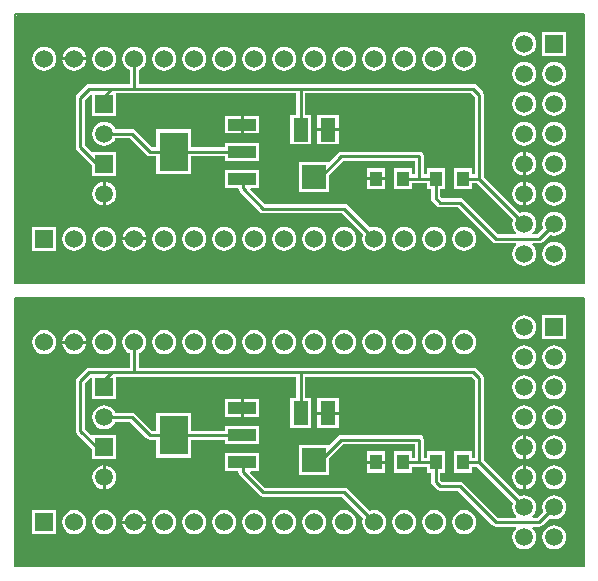
<source format=gtl>
%FSDAX24Y24*%
%MOMM*%
%SFA1B1*%

%IPPOS*%
%ADD10R,2.399995X3.299993*%
%ADD11R,2.399995X0.999998*%
%ADD12R,0.999998X1.299997*%
%ADD13R,1.299997X1.999996*%
%ADD14R,1.999996X1.999996*%
%ADD15C,0.253999*%
%ADD16R,1.499997X1.499997*%
%ADD17C,1.499997*%
%ADD18R,1.523997X1.523997*%
%ADD19C,1.523997*%
%ADD35C,0.127000*%
%ADD36C,0.507999*%
%ADD40C,1.015998*%
%ADD41C,2.031996*%
%ADD42C,4.063992*%
%ADD43C,8.127984*%
%LN_4x40lcd_arduino_nano_piggyboard_(rev1.4)_-_2xpanel-1*%
%LPD*%
G54D35*
X735965Y254634D02*
X254634D01*
Y481965*
X735965*
Y254634*
G54D15*
X734695Y255904D02*
X255904D01*
Y480695*
X734695*
Y255904*
G54D36*
X732155Y258444D02*
X258444D01*
Y478155*
X732155*
Y258444*
G54D40*
X727075Y263523D02*
X263523D01*
Y473075*
X727075*
Y263523*
G54D41*
X716915Y273683D02*
X273683D01*
Y462915*
X716915*
Y273683*
G54D42*
X696595Y294003D02*
X294003D01*
Y442595*
X696595*
Y294003*
G54D43*
X655955Y334643D02*
X334643D01*
Y401955*
X655955*
Y334643*
G54D35*
X735965Y494634D02*
X254634D01*
Y721964*
X735965*
Y494634*
G54D15*
X734695Y495904D02*
X255904D01*
Y720694*
X734695*
Y495904*
G54D36*
X732155Y498444D02*
X258444D01*
Y718154*
X732155*
Y498444*
G54D40*
X727075Y503524D02*
X263523D01*
Y713074*
X727075*
Y503524*
G54D41*
X716915Y513683D02*
X273683D01*
Y702914*
X716915*
Y513683*
G54D42*
X696595Y534003D02*
X294003D01*
Y682594*
X696595*
Y534003*
G54D43*
X655955Y574643D02*
X334643D01*
Y641954*
X655955*
Y574643*
%LN_4x40lcd_arduino_nano_piggyboard_(rev1.4)_-_2xpanel-2*%
%LPC*%
G36*
X711200Y340329D02*
X708579Y339979D01*
X706139Y338969*
X704039Y337359*
X702429Y335259*
X701419Y332819*
X701069Y330200*
X701419Y327579*
X702429Y325139*
X704039Y323039*
X706139Y321429*
X708579Y320419*
X711200Y320069*
X713819Y320419*
X716259Y321429*
X718359Y323039*
X719969Y325139*
X720979Y327579*
X721329Y330200*
X720979Y332819*
X719969Y335259*
X718359Y337359*
X716259Y338969*
X713819Y339979*
X711200Y340329*
G37*
G36*
X328930Y340159D02*
X327579Y339979D01*
X325139Y338969*
X323039Y337359*
X321429Y335259*
X320419Y332819*
X320069Y330200*
X320419Y327579*
X321429Y325139*
X323039Y323039*
X325139Y321429*
X327579Y320419*
X328930Y320239*
Y330200*
Y340159*
G37*
G36*
X684530D02*
X683179Y339979D01*
X680739Y338969*
X678639Y337359*
X677029Y335259*
X676019Y332819*
X675669Y330200*
X676019Y327579*
X677029Y325139*
X678639Y323039*
X680739Y321429*
X683179Y320419*
X684530Y320239*
Y330200*
Y340159*
G37*
G36*
X635000Y302349D02*
X632349Y301999D01*
X629879Y300969*
X627749Y299349*
X626129Y297219*
X625099Y294749*
X624749Y292100*
X625099Y289449*
X626129Y286979*
X627749Y284849*
X629879Y283229*
X632349Y282199*
X635000Y281849*
X637649Y282199*
X640119Y283229*
X642249Y284849*
X643869Y286979*
X644899Y289449*
X645249Y292100*
X644899Y294749*
X643869Y297219*
X642249Y299349*
X640119Y300969*
X637649Y301999*
X635000Y302349*
G37*
G36*
X289560Y302260D02*
X269240D01*
Y281940*
X289560*
Y302260*
G37*
G36*
X355600Y302349D02*
X352949Y301999D01*
X350479Y300969*
X348349Y299349*
X346729Y297219*
X345699Y294749*
X345519Y293370*
X365679*
X365499Y294749*
X364469Y297219*
X362849Y299349*
X360719Y300969*
X358249Y301999*
X355600Y302349*
G37*
G36*
X331470Y340159D02*
Y330200D01*
Y320239*
X332819Y320419*
X335259Y321429*
X337359Y323039*
X338969Y325139*
X339979Y327579*
X340329Y330200*
X339979Y332819*
X338969Y335259*
X337359Y337359*
X335259Y338969*
X332819Y339979*
X331470Y340159*
G37*
G36*
X711200Y365729D02*
X708579Y365379D01*
X706139Y364369*
X704039Y362759*
X702429Y360659*
X701419Y358219*
X701069Y355600*
X701419Y352979*
X702429Y350539*
X704039Y348439*
X706139Y346829*
X708579Y345819*
X711200Y345469*
X713819Y345819*
X716259Y346829*
X718359Y348439*
X719969Y350539*
X720979Y352979*
X721329Y355600*
X720979Y358219*
X719969Y360659*
X718359Y362759*
X716259Y364369*
X713819Y365379*
X711200Y365729*
G37*
G36*
X684530Y365559D02*
X683179Y365379D01*
X680739Y364369*
X678639Y362759*
X677029Y360659*
X676019Y358219*
X675669Y355600*
X676019Y352979*
X677029Y350539*
X678639Y348439*
X680739Y346829*
X683179Y345819*
X684530Y345639*
Y355600*
Y365559*
G37*
G36*
X687070D02*
Y355600D01*
Y345639*
X688419Y345819*
X690859Y346829*
X692959Y348439*
X694569Y350539*
X695579Y352979*
X695929Y355600*
X695579Y358219*
X694569Y360659*
X692959Y362759*
X690859Y364369*
X688419Y365379*
X687070Y365559*
G37*
G36*
Y340159D02*
Y330200D01*
Y320239*
X688419Y320419*
X690859Y321429*
X692959Y323039*
X694569Y325139*
X695579Y327579*
X695929Y330200*
X695579Y332819*
X694569Y335259*
X692959Y337359*
X690859Y338969*
X688419Y339979*
X687070Y340159*
G37*
G36*
X567539Y341630D02*
X552459D01*
Y333859*
X567539*
Y341630*
G37*
G36*
Y351939D02*
X552459D01*
Y344170*
X567539*
Y351939*
G37*
G36*
X609600Y302349D02*
X606949Y301999D01*
X604479Y300969*
X602349Y299349*
X600729Y297219*
X599699Y294749*
X599349Y292100*
X599699Y289449*
X600729Y286979*
X602349Y284849*
X604479Y283229*
X606949Y282199*
X609600Y281849*
X612249Y282199*
X614719Y283229*
X616849Y284849*
X618469Y286979*
X619499Y289449*
X619849Y292100*
X619499Y294749*
X618469Y297219*
X616849Y299349*
X614719Y300969*
X612249Y301999*
X609600Y302349*
G37*
G36*
X365679Y290830D02*
X345519D01*
X345699Y289449*
X346729Y286979*
X348349Y284849*
X350479Y283229*
X352949Y282199*
X355600Y281849*
X358249Y282199*
X360719Y283229*
X362849Y284849*
X364469Y286979*
X365499Y289449*
X365679Y290830*
G37*
G36*
X381000Y302349D02*
X378349Y301999D01*
X375879Y300969*
X373749Y299349*
X372129Y297219*
X371099Y294749*
X370749Y292100*
X371099Y289449*
X372129Y286979*
X373749Y284849*
X375879Y283229*
X378349Y282199*
X381000Y281849*
X383649Y282199*
X386119Y283229*
X388249Y284849*
X389869Y286979*
X390899Y289449*
X391249Y292100*
X390899Y294749*
X389869Y297219*
X388249Y299349*
X386119Y300969*
X383649Y301999*
X381000Y302349*
G37*
G36*
X406400D02*
X403749Y301999D01*
X401279Y300969*
X399149Y299349*
X397529Y297219*
X396499Y294749*
X396149Y292100*
X396499Y289449*
X397529Y286979*
X399149Y284849*
X401279Y283229*
X403749Y282199*
X406400Y281849*
X409049Y282199*
X411519Y283229*
X413649Y284849*
X415269Y286979*
X416299Y289449*
X416649Y292100*
X416299Y294749*
X415269Y297219*
X413649Y299349*
X411519Y300969*
X409049Y301999*
X406400Y302349*
G37*
G36*
X711200Y289529D02*
X708579Y289179D01*
X706139Y288169*
X704039Y286559*
X702429Y284459*
X701419Y282019*
X701069Y279400*
X701419Y276779*
X702429Y274339*
X704039Y272239*
X706139Y270629*
X708579Y269619*
X711200Y269269*
X713819Y269619*
X716259Y270629*
X718359Y272239*
X719969Y274339*
X720979Y276779*
X721329Y279400*
X720979Y282019*
X719969Y284459*
X718359Y286559*
X716259Y288169*
X713819Y289179*
X711200Y289529*
G37*
G36*
X304800Y302349D02*
X302149Y301999D01*
X299679Y300969*
X297549Y299349*
X295929Y297219*
X294899Y294749*
X294549Y292100*
X294899Y289449*
X295929Y286979*
X297549Y284849*
X299679Y283229*
X302149Y282199*
X304800Y281849*
X307449Y282199*
X309919Y283229*
X312049Y284849*
X313669Y286979*
X314699Y289449*
X315049Y292100*
X314699Y294749*
X313669Y297219*
X312049Y299349*
X309919Y300969*
X307449Y301999*
X304800Y302349*
G37*
G36*
X330200D02*
X327549Y301999D01*
X325079Y300969*
X322949Y299349*
X321329Y297219*
X320299Y294749*
X319949Y292100*
X320299Y289449*
X321329Y286979*
X322949Y284849*
X325079Y283229*
X327549Y282199*
X330200Y281849*
X332849Y282199*
X335319Y283229*
X337449Y284849*
X339069Y286979*
X340099Y289449*
X340449Y292100*
X340099Y294749*
X339069Y297219*
X337449Y299349*
X335319Y300969*
X332849Y301999*
X330200Y302349*
G37*
G36*
X431800D02*
X429149Y301999D01*
X426679Y300969*
X424549Y299349*
X422929Y297219*
X421899Y294749*
X421549Y292100*
X421899Y289449*
X422929Y286979*
X424549Y284849*
X426679Y283229*
X429149Y282199*
X431800Y281849*
X434449Y282199*
X436919Y283229*
X439049Y284849*
X440669Y286979*
X441699Y289449*
X442049Y292100*
X441699Y294749*
X440669Y297219*
X439049Y299349*
X436919Y300969*
X434449Y301999*
X431800Y302349*
G37*
G36*
X533400D02*
X530749Y301999D01*
X528279Y300969*
X526149Y299349*
X524529Y297219*
X523499Y294749*
X523149Y292100*
X523499Y289449*
X524529Y286979*
X526149Y284849*
X528279Y283229*
X530749Y282199*
X533400Y281849*
X536049Y282199*
X538519Y283229*
X540649Y284849*
X542269Y286979*
X543299Y289449*
X543649Y292100*
X543299Y294749*
X542269Y297219*
X540649Y299349*
X538519Y300969*
X536049Y301999*
X533400Y302349*
G37*
G36*
X461369Y350299D02*
X432289D01*
Y335219*
X443759*
Y334679*
X444049Y333189*
X444889Y331929*
X462069Y314749*
X463329Y313909*
X464820Y313619*
X531789*
X549409Y295989*
X548899Y294749*
X548549Y292100*
X548899Y289449*
X549929Y286979*
X551549Y284849*
X553679Y283229*
X556149Y282199*
X558800Y281849*
X561449Y282199*
X563919Y283229*
X566049Y284849*
X567669Y286979*
X568699Y289449*
X569049Y292100*
X568699Y294749*
X567669Y297219*
X566049Y299349*
X563919Y300969*
X561449Y301999*
X558800Y302349*
X556149Y301999*
X554909Y301489*
X536149Y320249*
X534889Y321089*
X533400Y321379*
X466429*
X453769Y334049*
X454249Y335219*
X461369*
Y350299*
G37*
G36*
X584200Y302349D02*
X581549Y301999D01*
X579079Y300969*
X576949Y299349*
X575329Y297219*
X574299Y294749*
X573949Y292100*
X574299Y289449*
X575329Y286979*
X576949Y284849*
X579079Y283229*
X581549Y282199*
X584200Y281849*
X586849Y282199*
X589319Y283229*
X591449Y284849*
X593069Y286979*
X594099Y289449*
X594449Y292100*
X594099Y294749*
X593069Y297219*
X591449Y299349*
X589319Y300969*
X586849Y301999*
X584200Y302349*
G37*
G36*
X457200D02*
X454549Y301999D01*
X452079Y300969*
X449949Y299349*
X448329Y297219*
X447299Y294749*
X446949Y292100*
X447299Y289449*
X448329Y286979*
X449949Y284849*
X452079Y283229*
X454549Y282199*
X457200Y281849*
X459849Y282199*
X462319Y283229*
X464449Y284849*
X466069Y286979*
X467099Y289449*
X467449Y292100*
X467099Y294749*
X466069Y297219*
X464449Y299349*
X462319Y300969*
X459849Y301999*
X457200Y302349*
G37*
G36*
X482600D02*
X479949Y301999D01*
X477479Y300969*
X475349Y299349*
X473729Y297219*
X472699Y294749*
X472349Y292100*
X472699Y289449*
X473729Y286979*
X475349Y284849*
X477479Y283229*
X479949Y282199*
X482600Y281849*
X485249Y282199*
X487719Y283229*
X489849Y284849*
X491469Y286979*
X492499Y289449*
X492849Y292100*
X492499Y294749*
X491469Y297219*
X489849Y299349*
X487719Y300969*
X485249Y301999*
X482600Y302349*
G37*
G36*
X508000D02*
X505349Y301999D01*
X502879Y300969*
X500749Y299349*
X499129Y297219*
X498099Y294749*
X497749Y292100*
X498099Y289449*
X499129Y286979*
X500749Y284849*
X502879Y283229*
X505349Y282199*
X508000Y281849*
X510649Y282199*
X513119Y283229*
X515249Y284849*
X516869Y286979*
X517899Y289449*
X518249Y292100*
X517899Y294749*
X516869Y297219*
X515249Y299349*
X513119Y300969*
X510649Y301999*
X508000Y302349*
G37*
G36*
X355600Y454749D02*
X352949Y454399D01*
X350479Y453369*
X348349Y451749*
X346729Y449619*
X345699Y447149*
X345349Y444500*
X345699Y441849*
X346729Y439379*
X348349Y437249*
X350479Y435629*
X351719Y435109*
Y422979*
X317500*
X316009Y422689*
X314749Y421849*
X307129Y414229*
X306289Y412969*
X305999Y411480*
Y369570*
X306289Y368079*
X307129Y366819*
X320159Y353799*
Y345559*
X340239*
Y365639*
X320159*
X318979Y365959*
X313759Y371179*
Y409869*
X318889Y414999*
X320159Y414689*
Y396359*
X340239*
Y415219*
X492689*
Y397029*
X487459*
Y371949*
X505539*
Y397029*
X500449*
Y415219*
X641009*
X643819Y412409*
Y346779*
X641339*
Y351939*
X626259*
Y333859*
X641339*
Y339019*
X646089*
X676509Y308599*
X676019Y307419*
X675669Y304800*
X676019Y302179*
X677029Y299739*
X678639Y297639*
X679139Y297249*
X678709Y295979*
X663209*
X633869Y325329*
X632609Y326169*
X631119Y326459*
X616289*
X614680Y328069*
Y333859*
X618339*
Y351939*
X603259*
Y346779*
X600779*
Y361950*
X600489Y363439*
X599649Y364699*
X598389Y365539*
X596900Y365829*
X530860*
X529369Y365539*
X528109Y364699*
X520449Y357029*
X495459*
Y331949*
X520539*
Y346139*
X532469Y358069*
X593019*
Y346779*
X590539*
Y351939*
X575459*
Y333859*
X590539*
Y339019*
X603259*
Y333859*
X606919*
Y326459*
X607209Y324969*
X608049Y323709*
X611929Y319829*
X613189Y318989*
X614680Y318699*
X629509*
X658849Y289349*
X660109Y288509*
X661599Y288219*
X678709*
X679139Y286949*
X678639Y286559*
X677029Y284459*
X676019Y282019*
X675669Y279400*
X676019Y276779*
X677029Y274339*
X678639Y272239*
X680739Y270629*
X683179Y269619*
X685800Y269269*
X688419Y269619*
X690859Y270629*
X692959Y272239*
X694569Y274339*
X695579Y276779*
X695929Y279400*
X695579Y282019*
X694569Y284459*
X692959Y286559*
X692459Y286949*
X692889Y288219*
X698500*
X699989Y288509*
X701249Y289349*
X707399Y295509*
X708579Y295019*
X711200Y294669*
X713819Y295019*
X716259Y296029*
X718359Y297639*
X719969Y299739*
X720979Y302179*
X721329Y304800*
X720979Y307419*
X719969Y309859*
X718359Y311959*
X716259Y313569*
X713819Y314579*
X711200Y314929*
X708579Y314579*
X706139Y313569*
X704039Y311959*
X702429Y309859*
X701419Y307419*
X701069Y304800*
X701419Y302179*
X701909Y300999*
X696889Y295979*
X692889*
X692459Y297249*
X692959Y297639*
X694569Y299739*
X695579Y302179*
X695929Y304800*
X695579Y307419*
X694569Y309859*
X692959Y311959*
X690859Y313569*
X688419Y314579*
X685800Y314929*
X683179Y314579*
X681999Y314089*
X651579Y344509*
Y414020*
X651289Y415509*
X650449Y416769*
X645369Y421849*
X644109Y422689*
X642620Y422979*
X359479*
Y435109*
X360719Y435629*
X362849Y437249*
X364469Y439379*
X365499Y441849*
X365849Y444500*
X365499Y447149*
X364469Y449619*
X362849Y451749*
X360719Y453369*
X358249Y454399*
X355600Y454749*
G37*
G36*
X482600D02*
X479949Y454399D01*
X477479Y453369*
X475349Y451749*
X473729Y449619*
X472699Y447149*
X472349Y444500*
X472699Y441849*
X473729Y439379*
X475349Y437249*
X477479Y435629*
X479949Y434599*
X482600Y434249*
X485249Y434599*
X487719Y435629*
X489849Y437249*
X491469Y439379*
X492499Y441849*
X492849Y444500*
X492499Y447149*
X491469Y449619*
X489849Y451749*
X487719Y453369*
X485249Y454399*
X482600Y454749*
G37*
G36*
X508000D02*
X505349Y454399D01*
X502879Y453369*
X500749Y451749*
X499129Y449619*
X498099Y447149*
X497749Y444500*
X498099Y441849*
X499129Y439379*
X500749Y437249*
X502879Y435629*
X505349Y434599*
X508000Y434249*
X510649Y434599*
X513119Y435629*
X515249Y437249*
X516869Y439379*
X517899Y441849*
X518249Y444500*
X517899Y447149*
X516869Y449619*
X515249Y451749*
X513119Y453369*
X510649Y454399*
X508000Y454749*
G37*
G36*
X533400D02*
X530749Y454399D01*
X528279Y453369*
X526149Y451749*
X524529Y449619*
X523499Y447149*
X523149Y444500*
X523499Y441849*
X524529Y439379*
X526149Y437249*
X528279Y435629*
X530749Y434599*
X533400Y434249*
X536049Y434599*
X538519Y435629*
X540649Y437249*
X542269Y439379*
X543299Y441849*
X543649Y444500*
X543299Y447149*
X542269Y449619*
X540649Y451749*
X538519Y453369*
X536049Y454399*
X533400Y454749*
G37*
G36*
X457200D02*
X454549Y454399D01*
X452079Y453369*
X449949Y451749*
X448329Y449619*
X447299Y447149*
X446949Y444500*
X447299Y441849*
X448329Y439379*
X449949Y437249*
X452079Y435629*
X454549Y434599*
X457200Y434249*
X459849Y434599*
X462319Y435629*
X464449Y437249*
X466069Y439379*
X467099Y441849*
X467449Y444500*
X467099Y447149*
X466069Y449619*
X464449Y451749*
X462319Y453369*
X459849Y454399*
X457200Y454749*
G37*
G36*
X381000D02*
X378349Y454399D01*
X375879Y453369*
X373749Y451749*
X372129Y449619*
X371099Y447149*
X370749Y444500*
X371099Y441849*
X372129Y439379*
X373749Y437249*
X375879Y435629*
X378349Y434599*
X381000Y434249*
X383649Y434599*
X386119Y435629*
X388249Y437249*
X389869Y439379*
X390899Y441849*
X391249Y444500*
X390899Y447149*
X389869Y449619*
X388249Y451749*
X386119Y453369*
X383649Y454399*
X381000Y454749*
G37*
G36*
X406400D02*
X403749Y454399D01*
X401279Y453369*
X399149Y451749*
X397529Y449619*
X396499Y447149*
X396149Y444500*
X396499Y441849*
X397529Y439379*
X399149Y437249*
X401279Y435629*
X403749Y434599*
X406400Y434249*
X409049Y434599*
X411519Y435629*
X413649Y437249*
X415269Y439379*
X416299Y441849*
X416649Y444500*
X416299Y447149*
X415269Y449619*
X413649Y451749*
X411519Y453369*
X409049Y454399*
X406400Y454749*
G37*
G36*
X431800D02*
X429149Y454399D01*
X426679Y453369*
X424549Y451749*
X422929Y449619*
X421899Y447149*
X421549Y444500*
X421899Y441849*
X422929Y439379*
X424549Y437249*
X426679Y435629*
X429149Y434599*
X431800Y434249*
X434449Y434599*
X436919Y435629*
X439049Y437249*
X440669Y439379*
X441699Y441849*
X442049Y444500*
X441699Y447149*
X440669Y449619*
X439049Y451749*
X436919Y453369*
X434449Y454399*
X431800Y454749*
G37*
G36*
X304800D02*
X302149Y454399D01*
X299679Y453369*
X297549Y451749*
X295929Y449619*
X294899Y447149*
X294719Y445770*
X314879*
X314699Y447149*
X313669Y449619*
X312049Y451749*
X309919Y453369*
X307449Y454399*
X304800Y454749*
G37*
G36*
X685800Y467329D02*
X683179Y466979D01*
X680739Y465969*
X678639Y464359*
X677029Y462259*
X676019Y459819*
X675669Y457200*
X676019Y454579*
X677029Y452139*
X678639Y450039*
X680739Y448429*
X683179Y447419*
X685800Y447069*
X688419Y447419*
X690859Y448429*
X692959Y450039*
X694569Y452139*
X695579Y454579*
X695929Y457200*
X695579Y459819*
X694569Y462259*
X692959Y464359*
X690859Y465969*
X688419Y466979*
X685800Y467329*
G37*
G36*
X721239Y467239D02*
X701159D01*
Y447159*
X721239*
Y467239*
G37*
G36*
X635000Y454749D02*
X632349Y454399D01*
X629879Y453369*
X627749Y451749*
X626129Y449619*
X625099Y447149*
X624749Y444500*
X625099Y441849*
X626129Y439379*
X627749Y437249*
X629879Y435629*
X632349Y434599*
X635000Y434249*
X637649Y434599*
X640119Y435629*
X642249Y437249*
X643869Y439379*
X644899Y441849*
X645249Y444500*
X644899Y447149*
X643869Y449619*
X642249Y451749*
X640119Y453369*
X637649Y454399*
X635000Y454749*
G37*
G36*
X558800D02*
X556149Y454399D01*
X553679Y453369*
X551549Y451749*
X549929Y449619*
X548899Y447149*
X548549Y444500*
X548899Y441849*
X549929Y439379*
X551549Y437249*
X553679Y435629*
X556149Y434599*
X558800Y434249*
X561449Y434599*
X563919Y435629*
X566049Y437249*
X567669Y439379*
X568699Y441849*
X569049Y444500*
X568699Y447149*
X567669Y449619*
X566049Y451749*
X563919Y453369*
X561449Y454399*
X558800Y454749*
G37*
G36*
X584200D02*
X581549Y454399D01*
X579079Y453369*
X576949Y451749*
X575329Y449619*
X574299Y447149*
X573949Y444500*
X574299Y441849*
X575329Y439379*
X576949Y437249*
X579079Y435629*
X581549Y434599*
X584200Y434249*
X586849Y434599*
X589319Y435629*
X591449Y437249*
X593069Y439379*
X594099Y441849*
X594449Y444500*
X594099Y447149*
X593069Y449619*
X591449Y451749*
X589319Y453369*
X586849Y454399*
X584200Y454749*
G37*
G36*
X609600D02*
X606949Y454399D01*
X604479Y453369*
X602349Y451749*
X600729Y449619*
X599699Y447149*
X599349Y444500*
X599699Y441849*
X600729Y439379*
X602349Y437249*
X604479Y435629*
X606949Y434599*
X609600Y434249*
X612249Y434599*
X614719Y435629*
X616849Y437249*
X618469Y439379*
X619499Y441849*
X619849Y444500*
X619499Y447149*
X618469Y449619*
X616849Y451749*
X614719Y453369*
X612249Y454399*
X609600Y454749*
G37*
G36*
X445559Y396299D02*
X432289D01*
Y381219*
X445559*
Y388759*
Y396299*
G37*
G36*
X461369D02*
X448099D01*
Y388759*
Y381219*
X461369*
Y396299*
G37*
G36*
X528539Y397029D02*
X510459D01*
Y385759*
X528539*
Y397029*
G37*
G36*
Y383219D02*
X510459D01*
Y371949*
X528539*
Y383219*
G37*
G36*
X330200Y391129D02*
X327579Y390779D01*
X325139Y389769*
X323039Y388159*
X321429Y386059*
X320419Y383619*
X320069Y381000*
X320419Y378379*
X321429Y375939*
X323039Y373839*
X325139Y372229*
X327579Y371219*
X330200Y370869*
X332819Y371219*
X335259Y372229*
X337359Y373839*
X338969Y375939*
X339459Y377119*
X351659*
X365760Y363009*
X367019Y362169*
X368509Y361879*
X374289*
Y346719*
X403369*
Y361879*
X432289*
Y358219*
X461369*
Y373299*
X432289*
Y369639*
X403369*
Y384799*
X374289*
Y369639*
X370119*
X356019Y383749*
X354759Y384589*
X353269Y384879*
X339459*
X338969Y386059*
X337359Y388159*
X335259Y389769*
X332819Y390779*
X330200Y391129*
G37*
G36*
X685800D02*
X683179Y390779D01*
X680739Y389769*
X678639Y388159*
X677029Y386059*
X676019Y383619*
X675669Y381000*
X676019Y378379*
X677029Y375939*
X678639Y373839*
X680739Y372229*
X683179Y371219*
X685800Y370869*
X688419Y371219*
X690859Y372229*
X692959Y373839*
X694569Y375939*
X695579Y378379*
X695929Y381000*
X695579Y383619*
X694569Y386059*
X692959Y388159*
X690859Y389769*
X688419Y390779*
X685800Y391129*
G37*
G36*
X711200D02*
X708579Y390779D01*
X706139Y389769*
X704039Y388159*
X702429Y386059*
X701419Y383619*
X701069Y381000*
X701419Y378379*
X702429Y375939*
X704039Y373839*
X706139Y372229*
X708579Y371219*
X711200Y370869*
X713819Y371219*
X716259Y372229*
X718359Y373839*
X719969Y375939*
X720979Y378379*
X721329Y381000*
X720979Y383619*
X719969Y386059*
X718359Y388159*
X716259Y389769*
X713819Y390779*
X711200Y391129*
G37*
G36*
X279400Y454749D02*
X276749Y454399D01*
X274279Y453369*
X272149Y451749*
X270529Y449619*
X269499Y447149*
X269149Y444500*
X269499Y441849*
X270529Y439379*
X272149Y437249*
X274279Y435629*
X276749Y434599*
X279400Y434249*
X282049Y434599*
X284519Y435629*
X286649Y437249*
X288269Y439379*
X289299Y441849*
X289649Y444500*
X289299Y447149*
X288269Y449619*
X286649Y451749*
X284519Y453369*
X282049Y454399*
X279400Y454749*
G37*
G36*
X314879Y443230D02*
X294719D01*
X294899Y441849*
X295929Y439379*
X297549Y437249*
X299679Y435629*
X302149Y434599*
X304800Y434249*
X307449Y434599*
X309919Y435629*
X312049Y437249*
X313669Y439379*
X314699Y441849*
X314879Y443230*
G37*
G36*
X330200Y454749D02*
X327549Y454399D01*
X325079Y453369*
X322949Y451749*
X321329Y449619*
X320299Y447149*
X319949Y444500*
X320299Y441849*
X321329Y439379*
X322949Y437249*
X325079Y435629*
X327549Y434599*
X330200Y434249*
X332849Y434599*
X335319Y435629*
X337449Y437249*
X339069Y439379*
X340099Y441849*
X340449Y444500*
X340099Y447149*
X339069Y449619*
X337449Y451749*
X335319Y453369*
X332849Y454399*
X330200Y454749*
G37*
G36*
X711200Y441929D02*
X708579Y441579D01*
X706139Y440569*
X704039Y438959*
X702429Y436859*
X701419Y434419*
X701069Y431800*
X701419Y429179*
X702429Y426739*
X704039Y424639*
X706139Y423029*
X708579Y422019*
X711200Y421669*
X713819Y422019*
X716259Y423029*
X718359Y424639*
X719969Y426739*
X720979Y429179*
X721329Y431800*
X720979Y434419*
X719969Y436859*
X718359Y438959*
X716259Y440569*
X713819Y441579*
X711200Y441929*
G37*
G36*
X685800Y416529D02*
X683179Y416179D01*
X680739Y415169*
X678639Y413559*
X677029Y411459*
X676019Y409019*
X675669Y406400*
X676019Y403779*
X677029Y401339*
X678639Y399239*
X680739Y397629*
X683179Y396619*
X685800Y396269*
X688419Y396619*
X690859Y397629*
X692959Y399239*
X694569Y401339*
X695579Y403779*
X695929Y406400*
X695579Y409019*
X694569Y411459*
X692959Y413559*
X690859Y415169*
X688419Y416179*
X685800Y416529*
G37*
G36*
X711200D02*
X708579Y416179D01*
X706139Y415169*
X704039Y413559*
X702429Y411459*
X701419Y409019*
X701069Y406400*
X701419Y403779*
X702429Y401339*
X704039Y399239*
X706139Y397629*
X708579Y396619*
X711200Y396269*
X713819Y396619*
X716259Y397629*
X718359Y399239*
X719969Y401339*
X720979Y403779*
X721329Y406400*
X720979Y409019*
X719969Y411459*
X718359Y413559*
X716259Y415169*
X713819Y416179*
X711200Y416529*
G37*
G36*
X685800Y441929D02*
X683179Y441579D01*
X680739Y440569*
X678639Y438959*
X677029Y436859*
X676019Y434419*
X675669Y431800*
X676019Y429179*
X677029Y426739*
X678639Y424639*
X680739Y423029*
X683179Y422019*
X685800Y421669*
X688419Y422019*
X690859Y423029*
X692959Y424639*
X694569Y426739*
X695579Y429179*
X695929Y431800*
X695579Y434419*
X694569Y436859*
X692959Y438959*
X690859Y440569*
X688419Y441579*
X685800Y441929*
G37*
G36*
X711200Y580329D02*
X708579Y579979D01*
X706139Y578969*
X704039Y577359*
X702429Y575259*
X701419Y572819*
X701069Y570199*
X701419Y567579*
X702429Y565139*
X704039Y563039*
X706139Y561429*
X708579Y560419*
X711200Y560070*
X713819Y560419*
X716259Y561429*
X718359Y563039*
X719969Y565139*
X720979Y567579*
X721329Y570199*
X720979Y572819*
X719969Y575259*
X718359Y577359*
X716259Y578969*
X713819Y579979*
X711200Y580329*
G37*
G36*
X328930Y580159D02*
X327579Y579979D01*
X325139Y578969*
X323039Y577359*
X321429Y575259*
X320419Y572819*
X320069Y570199*
X320419Y567579*
X321429Y565139*
X323039Y563039*
X325139Y561429*
X327579Y560419*
X328930Y560239*
Y570199*
Y580159*
G37*
G36*
X684530D02*
X683179Y579979D01*
X680739Y578969*
X678639Y577359*
X677029Y575259*
X676019Y572819*
X675669Y570199*
X676019Y567579*
X677029Y565139*
X678639Y563039*
X680739Y561429*
X683179Y560419*
X684530Y560239*
Y570199*
Y580159*
G37*
G36*
X635000Y542349D02*
X632349Y541999D01*
X629879Y540969*
X627749Y539349*
X626129Y537219*
X625099Y534749*
X624749Y532099*
X625099Y529449*
X626129Y526979*
X627749Y524849*
X629879Y523229*
X632349Y522199*
X635000Y521849*
X637649Y522199*
X640119Y523229*
X642249Y524849*
X643869Y526979*
X644899Y529449*
X645249Y532099*
X644899Y534749*
X643869Y537219*
X642249Y539349*
X640119Y540969*
X637649Y541999*
X635000Y542349*
G37*
G36*
X289560Y542259D02*
X269240D01*
Y521939*
X289560*
Y542259*
G37*
G36*
X355600Y542349D02*
X352949Y541999D01*
X350479Y540969*
X348349Y539349*
X346729Y537219*
X345699Y534749*
X345519Y533369*
X365679*
X365499Y534749*
X364469Y537219*
X362849Y539349*
X360719Y540969*
X358249Y541999*
X355600Y542349*
G37*
G36*
X331470Y580159D02*
Y570199D01*
Y560239*
X332819Y560419*
X335259Y561429*
X337359Y563039*
X338969Y565139*
X339979Y567579*
X340329Y570199*
X339979Y572819*
X338969Y575259*
X337359Y577359*
X335259Y578969*
X332819Y579979*
X331470Y580159*
G37*
G36*
X711200Y605729D02*
X708579Y605379D01*
X706139Y604369*
X704039Y602759*
X702429Y600659*
X701419Y598219*
X701069Y595599*
X701419Y592979*
X702429Y590539*
X704039Y588439*
X706139Y586829*
X708579Y585819*
X711200Y585470*
X713819Y585819*
X716259Y586829*
X718359Y588439*
X719969Y590539*
X720979Y592979*
X721329Y595599*
X720979Y598219*
X719969Y600659*
X718359Y602759*
X716259Y604369*
X713819Y605379*
X711200Y605729*
G37*
G36*
X684530Y605559D02*
X683179Y605379D01*
X680739Y604369*
X678639Y602759*
X677029Y600659*
X676019Y598219*
X675669Y595599*
X676019Y592979*
X677029Y590539*
X678639Y588439*
X680739Y586829*
X683179Y585819*
X684530Y585639*
Y595599*
Y605559*
G37*
G36*
X687070D02*
Y595599D01*
Y585639*
X688419Y585819*
X690859Y586829*
X692959Y588439*
X694569Y590539*
X695579Y592979*
X695929Y595599*
X695579Y598219*
X694569Y600659*
X692959Y602759*
X690859Y604369*
X688419Y605379*
X687070Y605559*
G37*
G36*
Y580159D02*
Y570199D01*
Y560239*
X688419Y560419*
X690859Y561429*
X692959Y563039*
X694569Y565139*
X695579Y567579*
X695929Y570199*
X695579Y572819*
X694569Y575259*
X692959Y577359*
X690859Y578969*
X688419Y579979*
X687070Y580159*
G37*
G36*
X567539Y581629D02*
X552459D01*
Y573859*
X567539*
Y581629*
G37*
G36*
Y591939D02*
X552459D01*
Y584169*
X567539*
Y591939*
G37*
G36*
X609600Y542349D02*
X606949Y541999D01*
X604479Y540969*
X602349Y539349*
X600729Y537219*
X599699Y534749*
X599349Y532099*
X599699Y529449*
X600729Y526979*
X602349Y524849*
X604479Y523229*
X606949Y522199*
X609600Y521849*
X612249Y522199*
X614719Y523229*
X616849Y524849*
X618469Y526979*
X619499Y529449*
X619849Y532099*
X619499Y534749*
X618469Y537219*
X616849Y539349*
X614719Y540969*
X612249Y541999*
X609600Y542349*
G37*
G36*
X365679Y530829D02*
X345519D01*
X345699Y529449*
X346729Y526979*
X348349Y524849*
X350479Y523229*
X352949Y522199*
X355600Y521849*
X358249Y522199*
X360719Y523229*
X362849Y524849*
X364469Y526979*
X365499Y529449*
X365679Y530829*
G37*
G36*
X381000Y542349D02*
X378349Y541999D01*
X375879Y540969*
X373749Y539349*
X372129Y537219*
X371099Y534749*
X370749Y532099*
X371099Y529449*
X372129Y526979*
X373749Y524849*
X375879Y523229*
X378349Y522199*
X381000Y521849*
X383649Y522199*
X386119Y523229*
X388249Y524849*
X389869Y526979*
X390899Y529449*
X391249Y532099*
X390899Y534749*
X389869Y537219*
X388249Y539349*
X386119Y540969*
X383649Y541999*
X381000Y542349*
G37*
G36*
X406400D02*
X403749Y541999D01*
X401279Y540969*
X399149Y539349*
X397529Y537219*
X396499Y534749*
X396149Y532099*
X396499Y529449*
X397529Y526979*
X399149Y524849*
X401279Y523229*
X403749Y522199*
X406400Y521849*
X409049Y522199*
X411519Y523229*
X413649Y524849*
X415269Y526979*
X416299Y529449*
X416649Y532099*
X416299Y534749*
X415269Y537219*
X413649Y539349*
X411519Y540969*
X409049Y541999*
X406400Y542349*
G37*
G36*
X711200Y529529D02*
X708579Y529179D01*
X706139Y528169*
X704039Y526559*
X702429Y524459*
X701419Y522019*
X701069Y519399*
X701419Y516779*
X702429Y514339*
X704039Y512239*
X706139Y510629*
X708579Y509619*
X711200Y509270*
X713819Y509619*
X716259Y510629*
X718359Y512239*
X719969Y514339*
X720979Y516779*
X721329Y519399*
X720979Y522019*
X719969Y524459*
X718359Y526559*
X716259Y528169*
X713819Y529179*
X711200Y529529*
G37*
G36*
X304800Y542349D02*
X302149Y541999D01*
X299679Y540969*
X297549Y539349*
X295929Y537219*
X294899Y534749*
X294549Y532099*
X294899Y529449*
X295929Y526979*
X297549Y524849*
X299679Y523229*
X302149Y522199*
X304800Y521849*
X307449Y522199*
X309919Y523229*
X312049Y524849*
X313669Y526979*
X314699Y529449*
X315049Y532099*
X314699Y534749*
X313669Y537219*
X312049Y539349*
X309919Y540969*
X307449Y541999*
X304800Y542349*
G37*
G36*
X330200D02*
X327549Y541999D01*
X325079Y540969*
X322949Y539349*
X321329Y537219*
X320299Y534749*
X319949Y532099*
X320299Y529449*
X321329Y526979*
X322949Y524849*
X325079Y523229*
X327549Y522199*
X330200Y521849*
X332849Y522199*
X335319Y523229*
X337449Y524849*
X339069Y526979*
X340099Y529449*
X340449Y532099*
X340099Y534749*
X339069Y537219*
X337449Y539349*
X335319Y540969*
X332849Y541999*
X330200Y542349*
G37*
G36*
X431800D02*
X429149Y541999D01*
X426679Y540969*
X424549Y539349*
X422929Y537219*
X421899Y534749*
X421549Y532099*
X421899Y529449*
X422929Y526979*
X424549Y524849*
X426679Y523229*
X429149Y522199*
X431800Y521849*
X434449Y522199*
X436919Y523229*
X439049Y524849*
X440669Y526979*
X441699Y529449*
X442049Y532099*
X441699Y534749*
X440669Y537219*
X439049Y539349*
X436919Y540969*
X434449Y541999*
X431800Y542349*
G37*
G36*
X533400D02*
X530749Y541999D01*
X528279Y540969*
X526149Y539349*
X524529Y537219*
X523499Y534749*
X523149Y532099*
X523499Y529449*
X524529Y526979*
X526149Y524849*
X528279Y523229*
X530749Y522199*
X533400Y521849*
X536049Y522199*
X538519Y523229*
X540649Y524849*
X542269Y526979*
X543299Y529449*
X543649Y532099*
X543299Y534749*
X542269Y537219*
X540649Y539349*
X538519Y540969*
X536049Y541999*
X533400Y542349*
G37*
G36*
X461369Y590299D02*
X432289D01*
Y575219*
X443759*
Y574679*
X444049Y573189*
X444889Y571929*
X462069Y554749*
X463329Y553909*
X464820Y553619*
X531789*
X549409Y535989*
X548899Y534749*
X548549Y532099*
X548899Y529449*
X549929Y526979*
X551549Y524849*
X553679Y523229*
X556149Y522199*
X558800Y521849*
X561449Y522199*
X563919Y523229*
X566049Y524849*
X567669Y526979*
X568699Y529449*
X569049Y532099*
X568699Y534749*
X567669Y537219*
X566049Y539349*
X563919Y540969*
X561449Y541999*
X558800Y542349*
X556149Y541999*
X554909Y541489*
X536149Y560249*
X534889Y561089*
X533400Y561379*
X466429*
X453769Y574049*
X454249Y575219*
X461369*
Y590299*
G37*
G36*
X584200Y542349D02*
X581549Y541999D01*
X579079Y540969*
X576949Y539349*
X575329Y537219*
X574299Y534749*
X573949Y532099*
X574299Y529449*
X575329Y526979*
X576949Y524849*
X579079Y523229*
X581549Y522199*
X584200Y521849*
X586849Y522199*
X589319Y523229*
X591449Y524849*
X593069Y526979*
X594099Y529449*
X594449Y532099*
X594099Y534749*
X593069Y537219*
X591449Y539349*
X589319Y540969*
X586849Y541999*
X584200Y542349*
G37*
G36*
X457200D02*
X454549Y541999D01*
X452079Y540969*
X449949Y539349*
X448329Y537219*
X447299Y534749*
X446949Y532099*
X447299Y529449*
X448329Y526979*
X449949Y524849*
X452079Y523229*
X454549Y522199*
X457200Y521849*
X459849Y522199*
X462319Y523229*
X464449Y524849*
X466069Y526979*
X467099Y529449*
X467449Y532099*
X467099Y534749*
X466069Y537219*
X464449Y539349*
X462319Y540969*
X459849Y541999*
X457200Y542349*
G37*
G36*
X482600D02*
X479949Y541999D01*
X477479Y540969*
X475349Y539349*
X473729Y537219*
X472699Y534749*
X472349Y532099*
X472699Y529449*
X473729Y526979*
X475349Y524849*
X477479Y523229*
X479949Y522199*
X482600Y521849*
X485249Y522199*
X487719Y523229*
X489849Y524849*
X491469Y526979*
X492499Y529449*
X492849Y532099*
X492499Y534749*
X491469Y537219*
X489849Y539349*
X487719Y540969*
X485249Y541999*
X482600Y542349*
G37*
G36*
X508000D02*
X505349Y541999D01*
X502879Y540969*
X500749Y539349*
X499129Y537219*
X498099Y534749*
X497749Y532099*
X498099Y529449*
X499129Y526979*
X500749Y524849*
X502879Y523229*
X505349Y522199*
X508000Y521849*
X510649Y522199*
X513119Y523229*
X515249Y524849*
X516869Y526979*
X517899Y529449*
X518249Y532099*
X517899Y534749*
X516869Y537219*
X515249Y539349*
X513119Y540969*
X510649Y541999*
X508000Y542349*
G37*
G36*
X355600Y694749D02*
X352949Y694399D01*
X350479Y693369*
X348349Y691749*
X346729Y689619*
X345699Y687149*
X345349Y684499*
X345699Y681849*
X346729Y679379*
X348349Y677249*
X350479Y675629*
X351719Y675109*
Y662979*
X317500*
X316009Y662689*
X314749Y661849*
X307129Y654229*
X306289Y652969*
X305999Y651479*
Y609569*
X306289Y608079*
X307129Y606819*
X320159Y593799*
Y585559*
X340239*
Y605639*
X320159*
X318979Y605959*
X313759Y611179*
Y649869*
X318889Y654999*
X320159Y654689*
Y636359*
X340239*
Y655219*
X492689*
Y637029*
X487459*
Y611949*
X505539*
Y637029*
X500449*
Y655219*
X641009*
X643819Y652409*
Y586779*
X641339*
Y591939*
X626259*
Y573859*
X641339*
Y579019*
X646089*
X676509Y548599*
X676019Y547419*
X675669Y544799*
X676019Y542179*
X677029Y539739*
X678639Y537639*
X679139Y537249*
X678709Y535979*
X663209*
X633869Y565329*
X632609Y566169*
X631119Y566459*
X616289*
X614680Y568069*
Y573859*
X618339*
Y591939*
X603259*
Y586779*
X600779*
Y601949*
X600489Y603439*
X599649Y604699*
X598389Y605539*
X596900Y605829*
X530860*
X529369Y605539*
X528109Y604699*
X520449Y597029*
X495459*
Y571949*
X520539*
Y586139*
X532469Y598069*
X593019*
Y586779*
X590539*
Y591939*
X575459*
Y573859*
X590539*
Y579019*
X603259*
Y573859*
X606919*
Y566459*
X607209Y564969*
X608049Y563709*
X611929Y559829*
X613189Y558989*
X614680Y558699*
X629509*
X658849Y529349*
X660109Y528509*
X661599Y528219*
X678709*
X679139Y526949*
X678639Y526559*
X677029Y524459*
X676019Y522019*
X675669Y519399*
X676019Y516779*
X677029Y514339*
X678639Y512239*
X680739Y510629*
X683179Y509619*
X685800Y509270*
X688419Y509619*
X690859Y510629*
X692959Y512239*
X694569Y514339*
X695579Y516779*
X695929Y519399*
X695579Y522019*
X694569Y524459*
X692959Y526559*
X692459Y526949*
X692889Y528219*
X698500*
X699989Y528509*
X701249Y529349*
X707399Y535509*
X708579Y535019*
X711200Y534670*
X713819Y535019*
X716259Y536029*
X718359Y537639*
X719969Y539739*
X720979Y542179*
X721329Y544799*
X720979Y547419*
X719969Y549859*
X718359Y551959*
X716259Y553569*
X713819Y554579*
X711200Y554929*
X708579Y554579*
X706139Y553569*
X704039Y551959*
X702429Y549859*
X701419Y547419*
X701069Y544799*
X701419Y542179*
X701909Y540999*
X696889Y535979*
X692889*
X692459Y537249*
X692959Y537639*
X694569Y539739*
X695579Y542179*
X695929Y544799*
X695579Y547419*
X694569Y549859*
X692959Y551959*
X690859Y553569*
X688419Y554579*
X685800Y554929*
X683179Y554579*
X681999Y554089*
X651579Y584509*
Y654019*
X651289Y655509*
X650449Y656769*
X645369Y661849*
X644109Y662689*
X642620Y662979*
X359479*
Y675109*
X360719Y675629*
X362849Y677249*
X364469Y679379*
X365499Y681849*
X365849Y684499*
X365499Y687149*
X364469Y689619*
X362849Y691749*
X360719Y693369*
X358249Y694399*
X355600Y694749*
G37*
G36*
X482600D02*
X479949Y694399D01*
X477479Y693369*
X475349Y691749*
X473729Y689619*
X472699Y687149*
X472349Y684499*
X472699Y681849*
X473729Y679379*
X475349Y677249*
X477479Y675629*
X479949Y674599*
X482600Y674249*
X485249Y674599*
X487719Y675629*
X489849Y677249*
X491469Y679379*
X492499Y681849*
X492849Y684499*
X492499Y687149*
X491469Y689619*
X489849Y691749*
X487719Y693369*
X485249Y694399*
X482600Y694749*
G37*
G36*
X508000D02*
X505349Y694399D01*
X502879Y693369*
X500749Y691749*
X499129Y689619*
X498099Y687149*
X497749Y684499*
X498099Y681849*
X499129Y679379*
X500749Y677249*
X502879Y675629*
X505349Y674599*
X508000Y674249*
X510649Y674599*
X513119Y675629*
X515249Y677249*
X516869Y679379*
X517899Y681849*
X518249Y684499*
X517899Y687149*
X516869Y689619*
X515249Y691749*
X513119Y693369*
X510649Y694399*
X508000Y694749*
G37*
G36*
X533400D02*
X530749Y694399D01*
X528279Y693369*
X526149Y691749*
X524529Y689619*
X523499Y687149*
X523149Y684499*
X523499Y681849*
X524529Y679379*
X526149Y677249*
X528279Y675629*
X530749Y674599*
X533400Y674249*
X536049Y674599*
X538519Y675629*
X540649Y677249*
X542269Y679379*
X543299Y681849*
X543649Y684499*
X543299Y687149*
X542269Y689619*
X540649Y691749*
X538519Y693369*
X536049Y694399*
X533400Y694749*
G37*
G36*
X457200D02*
X454549Y694399D01*
X452079Y693369*
X449949Y691749*
X448329Y689619*
X447299Y687149*
X446949Y684499*
X447299Y681849*
X448329Y679379*
X449949Y677249*
X452079Y675629*
X454549Y674599*
X457200Y674249*
X459849Y674599*
X462319Y675629*
X464449Y677249*
X466069Y679379*
X467099Y681849*
X467449Y684499*
X467099Y687149*
X466069Y689619*
X464449Y691749*
X462319Y693369*
X459849Y694399*
X457200Y694749*
G37*
G36*
X381000D02*
X378349Y694399D01*
X375879Y693369*
X373749Y691749*
X372129Y689619*
X371099Y687149*
X370749Y684499*
X371099Y681849*
X372129Y679379*
X373749Y677249*
X375879Y675629*
X378349Y674599*
X381000Y674249*
X383649Y674599*
X386119Y675629*
X388249Y677249*
X389869Y679379*
X390899Y681849*
X391249Y684499*
X390899Y687149*
X389869Y689619*
X388249Y691749*
X386119Y693369*
X383649Y694399*
X381000Y694749*
G37*
G36*
X406400D02*
X403749Y694399D01*
X401279Y693369*
X399149Y691749*
X397529Y689619*
X396499Y687149*
X396149Y684499*
X396499Y681849*
X397529Y679379*
X399149Y677249*
X401279Y675629*
X403749Y674599*
X406400Y674249*
X409049Y674599*
X411519Y675629*
X413649Y677249*
X415269Y679379*
X416299Y681849*
X416649Y684499*
X416299Y687149*
X415269Y689619*
X413649Y691749*
X411519Y693369*
X409049Y694399*
X406400Y694749*
G37*
G36*
X431800D02*
X429149Y694399D01*
X426679Y693369*
X424549Y691749*
X422929Y689619*
X421899Y687149*
X421549Y684499*
X421899Y681849*
X422929Y679379*
X424549Y677249*
X426679Y675629*
X429149Y674599*
X431800Y674249*
X434449Y674599*
X436919Y675629*
X439049Y677249*
X440669Y679379*
X441699Y681849*
X442049Y684499*
X441699Y687149*
X440669Y689619*
X439049Y691749*
X436919Y693369*
X434449Y694399*
X431800Y694749*
G37*
G36*
X304800D02*
X302149Y694399D01*
X299679Y693369*
X297549Y691749*
X295929Y689619*
X294899Y687149*
X294719Y685769*
X314879*
X314699Y687149*
X313669Y689619*
X312049Y691749*
X309919Y693369*
X307449Y694399*
X304800Y694749*
G37*
G36*
X685800Y707329D02*
X683179Y706979D01*
X680739Y705969*
X678639Y704359*
X677029Y702259*
X676019Y699819*
X675669Y697199*
X676019Y694579*
X677029Y692139*
X678639Y690039*
X680739Y688429*
X683179Y687419*
X685800Y687070*
X688419Y687419*
X690859Y688429*
X692959Y690039*
X694569Y692139*
X695579Y694579*
X695929Y697199*
X695579Y699819*
X694569Y702259*
X692959Y704359*
X690859Y705969*
X688419Y706979*
X685800Y707329*
G37*
G36*
X721239Y707239D02*
X701159D01*
Y687159*
X721239*
Y707239*
G37*
G36*
X635000Y694749D02*
X632349Y694399D01*
X629879Y693369*
X627749Y691749*
X626129Y689619*
X625099Y687149*
X624749Y684499*
X625099Y681849*
X626129Y679379*
X627749Y677249*
X629879Y675629*
X632349Y674599*
X635000Y674249*
X637649Y674599*
X640119Y675629*
X642249Y677249*
X643869Y679379*
X644899Y681849*
X645249Y684499*
X644899Y687149*
X643869Y689619*
X642249Y691749*
X640119Y693369*
X637649Y694399*
X635000Y694749*
G37*
G36*
X558800D02*
X556149Y694399D01*
X553679Y693369*
X551549Y691749*
X549929Y689619*
X548899Y687149*
X548549Y684499*
X548899Y681849*
X549929Y679379*
X551549Y677249*
X553679Y675629*
X556149Y674599*
X558800Y674249*
X561449Y674599*
X563919Y675629*
X566049Y677249*
X567669Y679379*
X568699Y681849*
X569049Y684499*
X568699Y687149*
X567669Y689619*
X566049Y691749*
X563919Y693369*
X561449Y694399*
X558800Y694749*
G37*
G36*
X584200D02*
X581549Y694399D01*
X579079Y693369*
X576949Y691749*
X575329Y689619*
X574299Y687149*
X573949Y684499*
X574299Y681849*
X575329Y679379*
X576949Y677249*
X579079Y675629*
X581549Y674599*
X584200Y674249*
X586849Y674599*
X589319Y675629*
X591449Y677249*
X593069Y679379*
X594099Y681849*
X594449Y684499*
X594099Y687149*
X593069Y689619*
X591449Y691749*
X589319Y693369*
X586849Y694399*
X584200Y694749*
G37*
G36*
X609600D02*
X606949Y694399D01*
X604479Y693369*
X602349Y691749*
X600729Y689619*
X599699Y687149*
X599349Y684499*
X599699Y681849*
X600729Y679379*
X602349Y677249*
X604479Y675629*
X606949Y674599*
X609600Y674249*
X612249Y674599*
X614719Y675629*
X616849Y677249*
X618469Y679379*
X619499Y681849*
X619849Y684499*
X619499Y687149*
X618469Y689619*
X616849Y691749*
X614719Y693369*
X612249Y694399*
X609600Y694749*
G37*
G36*
X445559Y636299D02*
X432289D01*
Y621219*
X445559*
Y628759*
Y636299*
G37*
G36*
X461369D02*
X448099D01*
Y628759*
Y621219*
X461369*
Y636299*
G37*
G36*
X528539Y637029D02*
X510459D01*
Y625759*
X528539*
Y637029*
G37*
G36*
Y623219D02*
X510459D01*
Y611949*
X528539*
Y623219*
G37*
G36*
X330200Y631129D02*
X327579Y630779D01*
X325139Y629769*
X323039Y628159*
X321429Y626059*
X320419Y623619*
X320069Y620999*
X320419Y618379*
X321429Y615939*
X323039Y613839*
X325139Y612229*
X327579Y611219*
X330200Y610870*
X332819Y611219*
X335259Y612229*
X337359Y613839*
X338969Y615939*
X339459Y617119*
X351659*
X365760Y603009*
X367019Y602169*
X368509Y601879*
X374289*
Y586719*
X403369*
Y601879*
X432289*
Y598219*
X461369*
Y613299*
X432289*
Y609639*
X403369*
Y624799*
X374289*
Y609639*
X370119*
X356019Y623749*
X354759Y624589*
X353269Y624879*
X339459*
X338969Y626059*
X337359Y628159*
X335259Y629769*
X332819Y630779*
X330200Y631129*
G37*
G36*
X685800D02*
X683179Y630779D01*
X680739Y629769*
X678639Y628159*
X677029Y626059*
X676019Y623619*
X675669Y620999*
X676019Y618379*
X677029Y615939*
X678639Y613839*
X680739Y612229*
X683179Y611219*
X685800Y610870*
X688419Y611219*
X690859Y612229*
X692959Y613839*
X694569Y615939*
X695579Y618379*
X695929Y620999*
X695579Y623619*
X694569Y626059*
X692959Y628159*
X690859Y629769*
X688419Y630779*
X685800Y631129*
G37*
G36*
X711200D02*
X708579Y630779D01*
X706139Y629769*
X704039Y628159*
X702429Y626059*
X701419Y623619*
X701069Y620999*
X701419Y618379*
X702429Y615939*
X704039Y613839*
X706139Y612229*
X708579Y611219*
X711200Y610870*
X713819Y611219*
X716259Y612229*
X718359Y613839*
X719969Y615939*
X720979Y618379*
X721329Y620999*
X720979Y623619*
X719969Y626059*
X718359Y628159*
X716259Y629769*
X713819Y630779*
X711200Y631129*
G37*
G36*
X279400Y694749D02*
X276749Y694399D01*
X274279Y693369*
X272149Y691749*
X270529Y689619*
X269499Y687149*
X269149Y684499*
X269499Y681849*
X270529Y679379*
X272149Y677249*
X274279Y675629*
X276749Y674599*
X279400Y674249*
X282049Y674599*
X284519Y675629*
X286649Y677249*
X288269Y679379*
X289299Y681849*
X289649Y684499*
X289299Y687149*
X288269Y689619*
X286649Y691749*
X284519Y693369*
X282049Y694399*
X279400Y694749*
G37*
G36*
X314879Y683229D02*
X294719D01*
X294899Y681849*
X295929Y679379*
X297549Y677249*
X299679Y675629*
X302149Y674599*
X304800Y674249*
X307449Y674599*
X309919Y675629*
X312049Y677249*
X313669Y679379*
X314699Y681849*
X314879Y683229*
G37*
G36*
X330200Y694749D02*
X327549Y694399D01*
X325079Y693369*
X322949Y691749*
X321329Y689619*
X320299Y687149*
X319949Y684499*
X320299Y681849*
X321329Y679379*
X322949Y677249*
X325079Y675629*
X327549Y674599*
X330200Y674249*
X332849Y674599*
X335319Y675629*
X337449Y677249*
X339069Y679379*
X340099Y681849*
X340449Y684499*
X340099Y687149*
X339069Y689619*
X337449Y691749*
X335319Y693369*
X332849Y694399*
X330200Y694749*
G37*
G36*
X711200Y681929D02*
X708579Y681579D01*
X706139Y680569*
X704039Y678959*
X702429Y676859*
X701419Y674419*
X701069Y671799*
X701419Y669179*
X702429Y666739*
X704039Y664639*
X706139Y663029*
X708579Y662019*
X711200Y661670*
X713819Y662019*
X716259Y663029*
X718359Y664639*
X719969Y666739*
X720979Y669179*
X721329Y671799*
X720979Y674419*
X719969Y676859*
X718359Y678959*
X716259Y680569*
X713819Y681579*
X711200Y681929*
G37*
G36*
X685800Y656529D02*
X683179Y656179D01*
X680739Y655169*
X678639Y653559*
X677029Y651459*
X676019Y649019*
X675669Y646399*
X676019Y643779*
X677029Y641339*
X678639Y639239*
X680739Y637629*
X683179Y636619*
X685800Y636270*
X688419Y636619*
X690859Y637629*
X692959Y639239*
X694569Y641339*
X695579Y643779*
X695929Y646399*
X695579Y649019*
X694569Y651459*
X692959Y653559*
X690859Y655169*
X688419Y656179*
X685800Y656529*
G37*
G36*
X711200D02*
X708579Y656179D01*
X706139Y655169*
X704039Y653559*
X702429Y651459*
X701419Y649019*
X701069Y646399*
X701419Y643779*
X702429Y641339*
X704039Y639239*
X706139Y637629*
X708579Y636619*
X711200Y636270*
X713819Y636619*
X716259Y637629*
X718359Y639239*
X719969Y641339*
X720979Y643779*
X721329Y646399*
X720979Y649019*
X719969Y651459*
X718359Y653559*
X716259Y655169*
X713819Y656179*
X711200Y656529*
G37*
G36*
X685800Y681929D02*
X683179Y681579D01*
X680739Y680569*
X678639Y678959*
X677029Y676859*
X676019Y674419*
X675669Y671799*
X676019Y669179*
X677029Y666739*
X678639Y664639*
X680739Y663029*
X683179Y662019*
X685800Y661670*
X688419Y662019*
X690859Y663029*
X692959Y664639*
X694569Y666739*
X695579Y669179*
X695929Y671799*
X695579Y674419*
X694569Y676859*
X692959Y678959*
X690859Y680569*
X688419Y681579*
X685800Y681929*
G37*
%LN_4x40lcd_arduino_nano_piggyboard_(rev1.4)_-_2xpanel-3*%
%LPD*%
G54D10*
X388829Y365760D03*
Y605759D03*
G54D11*
X446829Y388759D03*
Y365760D03*
Y342759D03*
Y628759D03*
Y605759D03*
Y582759D03*
G54D12*
X633799Y342900D03*
X610799D03*
X559999D03*
X582999D03*
X633799Y582899D03*
X610799D03*
X559999D03*
X582999D03*
G54D13*
X519499Y384489D03*
X496499D03*
X519499Y624489D03*
X496499D03*
G54D14*
X508000Y344489D03*
Y584489D03*
G54D15*
X596900Y342900D02*
Y361950D01*
X610799Y326459D02*
X614680Y322580D01*
X610799Y326459D02*
Y342900D01*
X582999D02*
X610799D01*
X633799D02*
X647700D01*
Y414020*
X642620Y419100D02*
X647700Y414020D01*
X631119Y322580D02*
X661599Y292100D01*
X614680Y322580D02*
X631119D01*
X698500Y292100D02*
X711200Y304800D01*
X661599Y292100D02*
X698500D01*
X684599Y304800D02*
X685800D01*
X647700Y342900D02*
X685800Y304800D01*
X530860Y361950D02*
X596900D01*
X513399Y344489D02*
X530860Y361950D01*
X355600Y419100D02*
X642620D01*
X496570Y384489D02*
Y419100D01*
X330200Y406400D02*
Y412750D01*
X336550Y419100*
X355600D02*
Y444500D01*
X309880Y411480D02*
X317500Y419100D01*
X309880Y369570D02*
Y411480D01*
Y369570D02*
X323850Y355600D01*
X330200*
X317500Y419100D02*
X336550D01*
X355600*
X330200Y381000D02*
X353269D01*
X533400Y317500D02*
X558800Y292100D01*
X447639Y334679D02*
Y343569D01*
Y334679D02*
X464820Y317500D01*
X533400*
X388829Y365760D02*
X436880D01*
X353269Y381000D02*
X368509Y365760D01*
X388829*
X596900Y582899D02*
Y601949D01*
X610799Y566459D02*
X614680Y562579D01*
X610799Y566459D02*
Y582899D01*
X582999D02*
X610799D01*
X633799D02*
X647700D01*
Y654019*
X642620Y659099D02*
X647700Y654019D01*
X631119Y562579D02*
X661599Y532099D01*
X614680Y562579D02*
X631119D01*
X698500Y532099D02*
X711200Y544799D01*
X661599Y532099D02*
X698500D01*
X684599Y544799D02*
X685800D01*
X647700Y582899D02*
X685800Y544799D01*
X530860Y601949D02*
X596900D01*
X513399Y584489D02*
X530860Y601949D01*
X355600Y659099D02*
X642620D01*
X496570Y624489D02*
Y659099D01*
X330200Y646399D02*
Y652749D01*
X336550Y659099*
X355600D02*
Y684499D01*
X309880Y651479D02*
X317500Y659099D01*
X309880Y609569D02*
Y651479D01*
Y609569D02*
X323850Y595599D01*
X330200*
X317500Y659099D02*
X336550D01*
X355600*
X330200Y620999D02*
X353269D01*
X533400Y557499D02*
X558800Y532099D01*
X447639Y574679D02*
Y583569D01*
Y574679D02*
X464820Y557499D01*
X533400*
X388829Y605759D02*
X436880D01*
X353269Y620999D02*
X368509Y605759D01*
X388829*
G54D16*
X330200Y406400D03*
X711200Y457200D03*
X330200Y355600D03*
Y646399D03*
X711200Y697199D03*
X330200Y595599D03*
G54D17*
X330200Y381000D03*
X685800Y279400D03*
X711200D03*
X685800Y304800D03*
X711200D03*
X685800Y330200D03*
X711200D03*
X685800Y355600D03*
X711200D03*
X685800Y381000D03*
X711200D03*
X685800Y406400D03*
X711200D03*
X685800Y431800D03*
X711200D03*
X685800Y457200D03*
X330200Y330200D03*
Y620999D03*
X685800Y519399D03*
X711200D03*
X685800Y544799D03*
X711200D03*
X685800Y570199D03*
X711200D03*
X685800Y595599D03*
X711200D03*
X685800Y620999D03*
X711200D03*
X685800Y646399D03*
X711200D03*
X685800Y671799D03*
X711200D03*
X685800Y697199D03*
X330200Y570199D03*
G54D18*
X279400Y292100D03*
Y532099D03*
G54D19*
X304800Y292100D03*
X330200D03*
X355600D03*
X381000D03*
X406400D03*
X431800D03*
X457200D03*
X482600D03*
X508000D03*
X533400D03*
X558800D03*
X584200D03*
X609600D03*
X635000D03*
Y444500D03*
X609600D03*
X584200D03*
X558800D03*
X533400D03*
X508000D03*
X482600D03*
X457200D03*
X431800D03*
X406400D03*
X381000D03*
X355600D03*
X330200D03*
X304800D03*
X279400D03*
X304800Y532099D03*
X330200D03*
X355600D03*
X381000D03*
X406400D03*
X431800D03*
X457200D03*
X482600D03*
X508000D03*
X533400D03*
X558800D03*
X584200D03*
X609600D03*
X635000D03*
Y684499D03*
X609600D03*
X584200D03*
X558800D03*
X533400D03*
X508000D03*
X482600D03*
X457200D03*
X431800D03*
X406400D03*
X381000D03*
X355600D03*
X330200D03*
X304800D03*
X279400D03*
M02*
</source>
